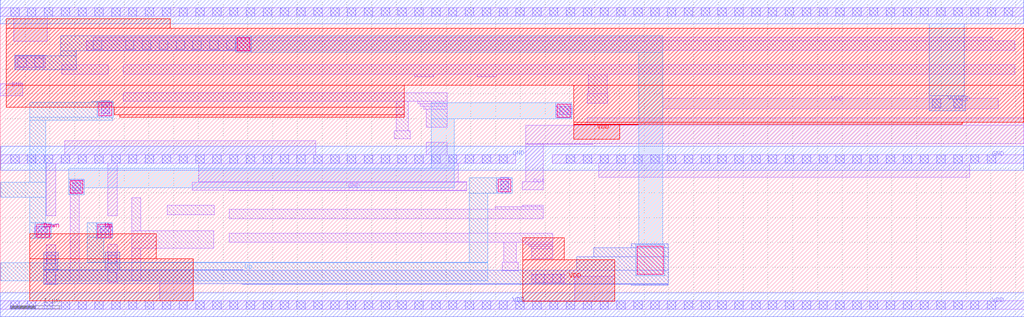
<source format=lef>
VERSION 5.7 ;
  NOWIREEXTENSIONATPIN ON ;
  DIVIDERCHAR "/" ;
  BUSBITCHARS "[]" ;
MACRO CP
  CLASS CORE ;
  FOREIGN CP ;
  ORIGIN 0.000 0.000 ;
  SIZE 20.670 BY 6.400 ;
  SITE unithddb1 ;
  PIN VDD
    DIRECTION INOUT ;
    USE POWER ;
    PORT
      LAYER nwell ;
        RECT 0.120 5.820 3.430 6.020 ;
        RECT 0.120 4.670 20.660 5.820 ;
        RECT 0.120 4.230 8.160 4.670 ;
        RECT 2.300 4.080 8.160 4.230 ;
        RECT 2.410 4.030 8.160 4.080 ;
        RECT 11.580 3.930 20.660 4.670 ;
        RECT 11.580 3.890 19.420 3.930 ;
        RECT 11.580 3.880 12.880 3.890 ;
        RECT 11.580 3.580 12.510 3.880 ;
      LAYER li1 ;
        RECT 0.000 6.070 20.660 6.240 ;
        RECT 0.270 5.560 0.950 6.070 ;
        RECT 13.380 4.200 20.150 4.410 ;
      LAYER mcon ;
        RECT 0.210 6.070 0.380 6.240 ;
        RECT 0.550 6.070 0.720 6.240 ;
        RECT 0.890 6.070 1.060 6.240 ;
        RECT 1.230 6.070 1.400 6.240 ;
        RECT 1.570 6.070 1.740 6.240 ;
        RECT 1.910 6.070 2.080 6.240 ;
        RECT 2.250 6.070 2.420 6.240 ;
        RECT 2.590 6.070 2.760 6.240 ;
        RECT 2.930 6.070 3.100 6.240 ;
        RECT 3.270 6.070 3.440 6.240 ;
        RECT 3.610 6.070 3.780 6.240 ;
        RECT 3.950 6.070 4.120 6.240 ;
        RECT 4.290 6.070 4.460 6.240 ;
        RECT 4.630 6.070 4.800 6.240 ;
        RECT 4.970 6.070 5.140 6.240 ;
        RECT 5.310 6.070 5.480 6.240 ;
        RECT 5.650 6.070 5.820 6.240 ;
        RECT 5.990 6.070 6.160 6.240 ;
        RECT 6.330 6.070 6.500 6.240 ;
        RECT 6.670 6.070 6.840 6.240 ;
        RECT 7.010 6.070 7.180 6.240 ;
        RECT 7.350 6.070 7.520 6.240 ;
        RECT 7.690 6.070 7.860 6.240 ;
        RECT 8.030 6.070 8.200 6.240 ;
        RECT 8.370 6.070 8.540 6.240 ;
        RECT 8.710 6.070 8.880 6.240 ;
        RECT 9.050 6.070 9.220 6.240 ;
        RECT 9.390 6.070 9.560 6.240 ;
        RECT 9.730 6.070 9.900 6.240 ;
        RECT 10.070 6.070 10.240 6.240 ;
        RECT 10.410 6.070 10.580 6.240 ;
        RECT 10.750 6.070 10.920 6.240 ;
        RECT 11.090 6.070 11.260 6.240 ;
        RECT 11.430 6.070 11.600 6.240 ;
        RECT 11.770 6.070 11.940 6.240 ;
        RECT 12.110 6.070 12.280 6.240 ;
        RECT 12.450 6.070 12.620 6.240 ;
        RECT 12.790 6.070 12.960 6.240 ;
        RECT 13.130 6.070 13.300 6.240 ;
        RECT 13.470 6.070 13.640 6.240 ;
        RECT 13.810 6.070 13.980 6.240 ;
        RECT 14.150 6.070 14.320 6.240 ;
        RECT 14.490 6.070 14.660 6.240 ;
        RECT 14.830 6.070 15.000 6.240 ;
        RECT 15.170 6.070 15.340 6.240 ;
        RECT 15.510 6.070 15.680 6.240 ;
        RECT 15.850 6.070 16.020 6.240 ;
        RECT 16.190 6.070 16.360 6.240 ;
        RECT 16.530 6.070 16.700 6.240 ;
        RECT 16.870 6.070 17.040 6.240 ;
        RECT 17.210 6.070 17.380 6.240 ;
        RECT 17.550 6.070 17.720 6.240 ;
        RECT 17.890 6.070 18.060 6.240 ;
        RECT 18.230 6.070 18.400 6.240 ;
        RECT 18.570 6.070 18.740 6.240 ;
        RECT 18.910 6.070 19.080 6.240 ;
        RECT 19.250 6.070 19.420 6.240 ;
        RECT 19.590 6.070 19.760 6.240 ;
        RECT 19.930 6.070 20.100 6.240 ;
        RECT 20.270 6.070 20.440 6.240 ;
        RECT 18.820 4.220 18.990 4.390 ;
        RECT 19.250 4.220 19.420 4.390 ;
      LAYER met1 ;
        RECT 0.000 5.920 20.660 6.400 ;
        RECT 18.760 4.460 19.460 5.920 ;
        RECT 18.760 4.160 19.480 4.460 ;
    END
    PORT
      LAYER nwell ;
        RECT 0.600 1.170 3.150 1.680 ;
        RECT 0.600 0.320 3.900 1.170 ;
        RECT 10.550 1.150 11.390 1.600 ;
        RECT 10.550 0.310 12.410 1.150 ;
      LAYER li1 ;
        RECT 3.220 0.320 3.900 0.730 ;
        RECT 11.600 0.320 12.410 0.820 ;
        RECT 0.000 0.150 20.670 0.320 ;
      LAYER mcon ;
        RECT 0.210 0.150 0.380 0.320 ;
        RECT 0.550 0.150 0.720 0.320 ;
        RECT 0.890 0.150 1.060 0.320 ;
        RECT 1.230 0.150 1.400 0.320 ;
        RECT 1.570 0.150 1.740 0.320 ;
        RECT 1.910 0.150 2.080 0.320 ;
        RECT 2.250 0.150 2.420 0.320 ;
        RECT 2.590 0.150 2.760 0.320 ;
        RECT 2.930 0.150 3.100 0.320 ;
        RECT 3.270 0.150 3.440 0.320 ;
        RECT 3.610 0.150 3.780 0.320 ;
        RECT 3.950 0.150 4.120 0.320 ;
        RECT 4.290 0.150 4.460 0.320 ;
        RECT 4.630 0.150 4.800 0.320 ;
        RECT 4.970 0.150 5.140 0.320 ;
        RECT 5.310 0.150 5.480 0.320 ;
        RECT 5.650 0.150 5.820 0.320 ;
        RECT 5.990 0.150 6.160 0.320 ;
        RECT 6.330 0.150 6.500 0.320 ;
        RECT 6.670 0.150 6.840 0.320 ;
        RECT 7.010 0.150 7.180 0.320 ;
        RECT 7.350 0.150 7.520 0.320 ;
        RECT 7.690 0.150 7.860 0.320 ;
        RECT 8.030 0.150 8.200 0.320 ;
        RECT 8.370 0.150 8.540 0.320 ;
        RECT 8.710 0.150 8.880 0.320 ;
        RECT 9.050 0.150 9.220 0.320 ;
        RECT 9.390 0.150 9.560 0.320 ;
        RECT 9.730 0.150 9.900 0.320 ;
        RECT 10.070 0.150 10.240 0.320 ;
        RECT 10.410 0.150 10.580 0.320 ;
        RECT 10.750 0.150 10.920 0.320 ;
        RECT 11.090 0.150 11.260 0.320 ;
        RECT 11.430 0.150 11.600 0.320 ;
        RECT 11.770 0.150 11.940 0.320 ;
        RECT 12.110 0.150 12.280 0.320 ;
        RECT 12.450 0.150 12.620 0.320 ;
        RECT 12.790 0.150 12.960 0.320 ;
        RECT 13.130 0.150 13.300 0.320 ;
        RECT 13.470 0.150 13.640 0.320 ;
        RECT 13.810 0.150 13.980 0.320 ;
        RECT 14.150 0.150 14.320 0.320 ;
        RECT 14.490 0.150 14.660 0.320 ;
        RECT 14.830 0.150 15.000 0.320 ;
        RECT 15.170 0.150 15.340 0.320 ;
        RECT 15.510 0.150 15.680 0.320 ;
        RECT 15.850 0.150 16.020 0.320 ;
        RECT 16.190 0.150 16.360 0.320 ;
        RECT 16.530 0.150 16.700 0.320 ;
        RECT 16.870 0.150 17.040 0.320 ;
        RECT 17.210 0.150 17.380 0.320 ;
        RECT 17.550 0.150 17.720 0.320 ;
        RECT 17.890 0.150 18.060 0.320 ;
        RECT 18.230 0.150 18.400 0.320 ;
        RECT 18.570 0.150 18.740 0.320 ;
        RECT 18.910 0.150 19.080 0.320 ;
        RECT 19.250 0.150 19.420 0.320 ;
        RECT 19.590 0.150 19.760 0.320 ;
        RECT 19.930 0.150 20.100 0.320 ;
      LAYER met1 ;
        RECT 0.000 0.000 20.670 0.480 ;
    END
  END VDD
  PIN GND
    DIRECTION INOUT ;
    USE GROUND ;
    PORT
      LAYER li1 ;
        RECT 1.300 3.270 6.370 3.550 ;
        RECT 8.600 3.270 9.020 3.520 ;
        RECT 0.010 3.100 10.410 3.270 ;
        RECT 11.140 3.100 20.660 3.270 ;
        RECT 0.930 2.040 1.120 3.100 ;
        RECT 2.170 2.040 2.360 3.100 ;
        RECT 4.010 2.730 9.250 3.100 ;
        RECT 12.080 2.820 19.570 3.100 ;
        RECT 4.010 2.720 9.420 2.730 ;
        RECT 3.880 2.550 9.420 2.720 ;
        RECT 4.620 2.540 9.420 2.550 ;
      LAYER mcon ;
        RECT 0.210 3.100 0.380 3.270 ;
        RECT 0.550 3.100 0.720 3.270 ;
        RECT 0.890 3.100 1.060 3.270 ;
        RECT 1.230 3.100 1.400 3.270 ;
        RECT 1.570 3.100 1.740 3.270 ;
        RECT 1.910 3.100 2.080 3.270 ;
        RECT 2.250 3.100 2.420 3.270 ;
        RECT 2.590 3.100 2.760 3.270 ;
        RECT 2.930 3.100 3.100 3.270 ;
        RECT 3.270 3.100 3.440 3.270 ;
        RECT 3.610 3.100 3.780 3.270 ;
        RECT 3.950 3.100 4.120 3.270 ;
        RECT 4.290 3.100 4.460 3.270 ;
        RECT 4.630 3.100 4.800 3.270 ;
        RECT 4.970 3.100 5.140 3.270 ;
        RECT 5.310 3.100 5.480 3.270 ;
        RECT 5.650 3.100 5.820 3.270 ;
        RECT 5.990 3.100 6.160 3.270 ;
        RECT 6.330 3.100 6.500 3.270 ;
        RECT 6.670 3.100 6.840 3.270 ;
        RECT 7.010 3.100 7.180 3.270 ;
        RECT 7.350 3.100 7.520 3.270 ;
        RECT 7.690 3.100 7.860 3.270 ;
        RECT 8.030 3.100 8.200 3.270 ;
        RECT 8.370 3.100 8.540 3.270 ;
        RECT 8.710 3.100 8.880 3.270 ;
        RECT 9.050 3.100 9.220 3.270 ;
        RECT 9.390 3.100 9.560 3.270 ;
        RECT 9.730 3.100 9.900 3.270 ;
        RECT 10.070 3.100 10.240 3.270 ;
        RECT 11.430 3.100 11.600 3.270 ;
        RECT 11.770 3.100 11.940 3.270 ;
        RECT 12.110 3.100 12.280 3.270 ;
        RECT 12.450 3.100 12.620 3.270 ;
        RECT 12.790 3.100 12.960 3.270 ;
        RECT 13.130 3.100 13.300 3.270 ;
        RECT 13.470 3.100 13.640 3.270 ;
        RECT 13.810 3.100 13.980 3.270 ;
        RECT 14.150 3.100 14.320 3.270 ;
        RECT 14.490 3.100 14.660 3.270 ;
        RECT 14.830 3.100 15.000 3.270 ;
        RECT 15.170 3.100 15.340 3.270 ;
        RECT 15.510 3.100 15.680 3.270 ;
        RECT 15.850 3.100 16.020 3.270 ;
        RECT 16.190 3.100 16.360 3.270 ;
        RECT 16.530 3.100 16.700 3.270 ;
        RECT 16.870 3.100 17.040 3.270 ;
        RECT 17.210 3.100 17.380 3.270 ;
        RECT 17.550 3.100 17.720 3.270 ;
        RECT 17.890 3.100 18.060 3.270 ;
        RECT 18.230 3.100 18.400 3.270 ;
        RECT 18.570 3.100 18.740 3.270 ;
        RECT 18.910 3.100 19.080 3.270 ;
        RECT 19.250 3.100 19.420 3.270 ;
        RECT 19.590 3.100 19.760 3.270 ;
        RECT 19.930 3.100 20.100 3.270 ;
      LAYER met1 ;
        RECT 0.010 2.960 20.660 3.440 ;
    END
  END GND
  PIN Up
    DIRECTION INPUT ;
    USE SIGNAL ;
    ANTENNAGATEAREA 0.225000 ;
    PORT
      LAYER li1 ;
        RECT 10.100 2.490 10.270 2.820 ;
        RECT 1.940 1.660 2.270 1.830 ;
      LAYER mcon ;
        RECT 10.100 2.570 10.270 2.740 ;
        RECT 2.020 1.660 2.190 1.830 ;
      LAYER met1 ;
        RECT 10.020 2.490 10.340 2.810 ;
        RECT 1.940 1.580 2.260 1.900 ;
      LAYER via ;
        RECT 10.050 2.520 10.310 2.780 ;
        RECT 1.970 1.610 2.230 1.870 ;
      LAYER met2 ;
        RECT 9.470 2.490 10.340 2.810 ;
        RECT 1.760 1.610 2.260 1.900 ;
        RECT 1.760 1.100 2.090 1.610 ;
        RECT 9.470 1.100 9.840 2.490 ;
        RECT 1.760 1.090 9.840 1.100 ;
        RECT 0.010 0.730 9.840 1.090 ;
    END
  END Up
  PIN Down
    DIRECTION INPUT ;
    USE SIGNAL ;
    ANTENNAGATEAREA 0.972000 ;
    PORT
      LAYER li1 ;
        RECT 2.040 4.030 2.210 4.360 ;
        RECT 0.700 1.660 1.030 1.830 ;
      LAYER mcon ;
        RECT 2.040 4.110 2.210 4.280 ;
        RECT 0.780 1.660 0.950 1.830 ;
      LAYER met1 ;
        RECT 1.960 4.030 2.280 4.350 ;
        RECT 0.710 1.580 1.030 1.900 ;
      LAYER via ;
        RECT 1.990 4.060 2.250 4.320 ;
        RECT 0.740 1.610 1.000 1.870 ;
      LAYER met2 ;
        RECT 1.840 4.330 2.280 4.350 ;
        RECT 0.600 4.030 2.280 4.330 ;
        RECT 0.600 3.970 2.270 4.030 ;
        RECT 0.600 2.720 0.920 3.970 ;
        RECT 0.010 2.410 0.920 2.720 ;
        RECT 0.600 1.900 0.920 2.410 ;
        RECT 0.600 1.580 1.030 1.900 ;
    END
  END Down
  PIN Out
    DIRECTION OUTPUT ;
    USE SIGNAL ;
    ANTENNADIFFAREA 0.277200 ;
    PORT
      LAYER li1 ;
        RECT 11.850 3.870 20.660 4.020 ;
        RECT 10.610 3.490 20.660 3.870 ;
        RECT 10.610 3.480 11.960 3.490 ;
        RECT 10.610 2.730 10.960 3.480 ;
        RECT 10.540 2.560 10.960 2.730 ;
    END
  END Out
  PIN ENb
    DIRECTION INPUT ;
    USE SIGNAL ;
    ANTENNAGATEAREA 0.090000 ;
    PORT
      LAYER li1 ;
        RECT 0.000 4.460 0.450 4.700 ;
    END
  END ENb
  OBS
      LAYER li1 ;
        RECT 1.880 5.570 20.040 5.640 ;
        RECT 1.740 5.380 20.480 5.570 ;
        RECT 0.310 5.030 0.910 5.250 ;
        RECT 1.240 4.900 2.180 5.090 ;
        RECT 2.480 4.900 20.480 5.090 ;
        RECT 8.370 4.850 8.750 4.900 ;
        RECT 9.630 4.850 10.010 4.900 ;
        RECT 2.480 4.350 9.020 4.520 ;
        RECT 11.870 4.500 12.250 4.900 ;
        RECT 7.990 3.760 8.240 4.350 ;
        RECT 8.430 4.300 9.020 4.350 ;
        RECT 11.850 4.310 12.270 4.500 ;
        RECT 8.480 4.250 9.020 4.300 ;
        RECT 8.550 4.190 9.020 4.250 ;
        RECT 8.600 3.830 9.020 4.190 ;
        RECT 11.220 4.080 11.550 4.250 ;
        RECT 7.950 3.590 8.280 3.760 ;
        RECT 1.410 2.500 1.670 2.760 ;
        RECT 0.930 0.690 1.120 1.450 ;
        RECT 1.410 0.730 1.600 2.500 ;
        RECT 2.650 1.740 2.840 2.400 ;
        RECT 3.370 2.060 4.320 2.250 ;
        RECT 10.540 2.220 10.960 2.250 ;
        RECT 9.990 2.170 10.960 2.220 ;
        RECT 4.620 1.980 10.960 2.170 ;
        RECT 2.170 0.700 2.360 1.460 ;
        RECT 2.650 1.380 4.310 1.740 ;
        RECT 4.620 1.500 11.150 1.690 ;
        RECT 2.650 0.740 2.840 1.380 ;
        RECT 10.170 1.100 10.420 1.500 ;
        RECT 10.600 1.460 11.150 1.500 ;
        RECT 10.670 1.420 11.150 1.460 ;
        RECT 10.720 1.370 11.150 1.420 ;
        RECT 10.730 1.170 11.150 1.370 ;
        RECT 10.130 0.930 10.460 1.100 ;
        RECT 10.730 0.690 11.390 0.860 ;
      LAYER mcon ;
        RECT 1.880 5.400 2.050 5.570 ;
        RECT 2.530 5.400 2.700 5.570 ;
        RECT 2.870 5.400 3.040 5.570 ;
        RECT 3.210 5.400 3.380 5.570 ;
        RECT 3.550 5.400 3.720 5.570 ;
        RECT 3.890 5.400 4.060 5.570 ;
        RECT 4.230 5.400 4.400 5.570 ;
        RECT 4.570 5.400 4.740 5.570 ;
        RECT 0.350 5.050 0.520 5.220 ;
        RECT 0.700 5.050 0.870 5.220 ;
        RECT 11.300 4.080 11.470 4.250 ;
        RECT 1.460 2.540 1.630 2.710 ;
        RECT 0.940 1.070 1.110 1.240 ;
        RECT 0.940 0.730 1.110 0.900 ;
        RECT 2.180 1.070 2.350 1.240 ;
        RECT 2.170 0.730 2.340 0.900 ;
        RECT 10.810 0.690 10.980 0.860 ;
        RECT 11.150 0.690 11.320 0.860 ;
      LAYER met1 ;
        RECT 1.220 5.370 5.070 5.670 ;
        RECT 0.290 5.270 0.930 5.280 ;
        RECT 1.220 5.270 1.530 5.370 ;
        RECT 4.750 5.340 5.070 5.370 ;
        RECT 0.290 4.990 1.530 5.270 ;
        RECT 11.220 4.020 11.540 4.320 ;
        RECT 1.380 2.460 1.700 2.780 ;
        RECT 12.740 1.390 13.490 1.470 ;
        RECT 0.880 1.150 1.170 1.300 ;
        RECT 0.880 0.960 1.160 1.150 ;
        RECT 0.880 0.950 1.170 0.960 ;
        RECT 2.120 0.950 2.410 1.300 ;
        RECT 11.980 1.210 13.490 1.390 ;
        RECT 0.880 0.940 4.900 0.950 ;
        RECT 11.640 0.940 13.490 1.210 ;
        RECT 0.880 0.670 13.490 0.940 ;
        RECT 0.880 0.660 1.160 0.670 ;
        RECT 4.890 0.660 13.490 0.670 ;
        RECT 12.740 0.640 13.490 0.660 ;
      LAYER via ;
        RECT 4.780 5.370 5.040 5.630 ;
        RECT 11.250 4.030 11.510 4.290 ;
        RECT 1.410 2.490 1.670 2.750 ;
        RECT 12.860 0.860 13.390 1.420 ;
      LAYER met2 ;
        RECT 4.750 5.340 13.380 5.670 ;
        RECT 8.700 4.000 11.540 4.320 ;
        RECT 8.700 3.000 9.170 4.000 ;
        RECT 1.380 2.600 9.170 3.000 ;
        RECT 1.380 2.460 1.700 2.600 ;
        RECT 12.890 1.450 13.380 5.340 ;
        RECT 12.830 0.830 13.420 1.450 ;
  END
END CP
END LIBRARY


</source>
